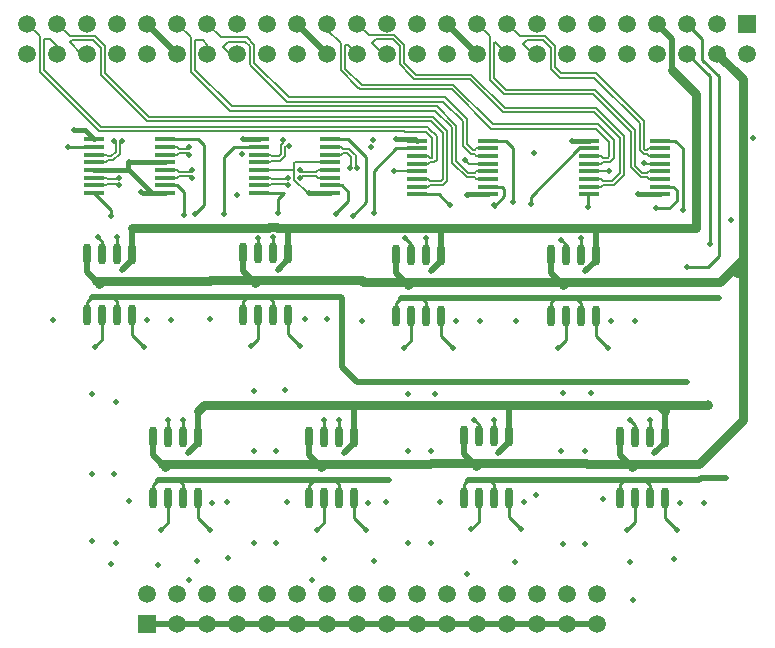
<source format=gbl>
G04 Layer_Physical_Order=4*
G04 Layer_Color=16711680*
%FSLAX25Y25*%
%MOIN*%
G70*
G01*
G75*
%ADD18C,0.03000*%
%ADD19C,0.02000*%
%ADD20C,0.01500*%
%ADD21C,0.01000*%
%ADD22C,0.00600*%
%ADD23R,0.05905X0.05905*%
%ADD24C,0.05905*%
%ADD25C,0.01968*%
%ADD26C,0.03150*%
%ADD34R,0.07100X0.01600*%
%ADD35O,0.02756X0.07087*%
G54D18*
X47000Y132000D02*
X183000D01*
X161500Y52327D02*
X162500Y53327D01*
X184000D01*
X138500Y113000D02*
X139500Y114000D01*
X94500Y53500D02*
X108500D01*
X109500Y52500D02*
X110500Y53500D01*
X146500Y53327D02*
X160500D01*
X88000Y114000D02*
X137500D01*
X58000Y52327D02*
X59000Y53327D01*
X6000Y52327D02*
X7000Y53327D01*
X-16000Y113347D02*
X-15000Y114347D01*
X21000Y114500D02*
X35000D01*
X36000Y113500D02*
X37000Y114500D01*
X72000Y114000D02*
X86000D01*
X87000Y113000D02*
X88000Y114000D01*
X7000Y53327D02*
X57000D01*
X59000D02*
X94327D01*
X94500Y53500D01*
X110500D02*
X146327D01*
X146500Y53327D01*
X-15000Y114347D02*
X20846D01*
X21000Y114500D01*
X37000D02*
X71500D01*
X72000Y114000D01*
X190000Y190000D02*
X198500Y181500D01*
Y121500D02*
Y181500D01*
X184000Y53327D02*
X198500Y67827D01*
X175000Y184500D02*
X183000Y176500D01*
X139500Y114000D02*
X191000D01*
X147000Y72827D02*
X170500D01*
X146827Y73000D02*
X147000Y72827D01*
X19000D02*
X94827D01*
X95000Y73000D01*
X121000D01*
X146827D01*
X40638Y132000D02*
X40723Y132084D01*
X43277D01*
X43362Y132000D01*
X47000D01*
X-5000D02*
X40638D01*
X17000Y70827D02*
X19000Y72827D01*
X183000Y132000D02*
Y132500D01*
Y176500D01*
X170327Y73000D02*
X187000D01*
X170327D02*
X170500Y72827D01*
X172500Y70827D01*
X196500Y117000D02*
X198500Y119000D01*
Y121500D01*
X5000Y53327D02*
X7000D01*
X57000D02*
X59000D01*
X-17000Y114347D02*
X-15000D01*
X35000Y114500D02*
X37000D01*
X86000Y114000D02*
X88000D01*
X108500Y53500D02*
X110500D01*
X160500Y53327D02*
X162500D01*
X137500Y114000D02*
X139500D01*
X198500Y67827D02*
Y119000D01*
X191000Y114000D02*
X198500Y121500D01*
G54D19*
X76500Y80500D02*
X180000D01*
X157500Y56327D02*
Y62299D01*
X166000Y47827D02*
X184000D01*
X172500Y62299D02*
Y70827D01*
X157500Y56327D02*
X160500Y53327D01*
X169000Y56827D02*
X172500Y60327D01*
X159000Y47827D02*
X166000D01*
X146500D02*
X159000D01*
X91500Y108500D02*
X136000D01*
X143000D01*
X146000Y117500D02*
X149500Y121000D01*
Y122972D02*
Y131500D01*
X134500Y117000D02*
X137500Y114000D01*
X134500Y117000D02*
Y122972D01*
X107000Y48000D02*
X114000D01*
X117000Y57000D02*
X120500Y60500D01*
X105500Y56500D02*
X108500Y53500D01*
X105500Y56500D02*
Y62472D01*
X55500Y47827D02*
X62500D01*
X80500D01*
X65500Y56827D02*
X69000Y60327D01*
Y62299D02*
Y70827D01*
X54000Y56327D02*
Y62299D01*
Y56327D02*
X57000Y53327D01*
X3500Y47827D02*
X10500D01*
X13500Y56827D02*
X17000Y60327D01*
Y62299D02*
Y70827D01*
X2000Y56327D02*
Y62299D01*
Y56327D02*
X5000Y53327D01*
X-18500Y108846D02*
X-11500D01*
X-8500Y117847D02*
X-5000Y121346D01*
Y123319D02*
Y131846D01*
X-20000Y117347D02*
Y123319D01*
Y117347D02*
X-17000Y114347D01*
X21000Y109000D02*
X33500D01*
X40500D01*
X43500Y118000D02*
X47000Y121500D01*
Y123472D02*
Y132000D01*
X32000Y117500D02*
Y123472D01*
Y117500D02*
X35000Y114500D01*
X84500Y108500D02*
X91500D01*
X94500Y117500D02*
X98000Y121000D01*
Y122972D02*
Y131500D01*
X83000Y117000D02*
Y122972D01*
Y117000D02*
X86000Y114000D01*
X10500Y47827D02*
X55500D01*
X114000Y48000D02*
X146327D01*
X146500Y47827D01*
X-11500Y108846D02*
X20846D01*
X21000Y109000D01*
X170000Y200000D02*
X175000Y195000D01*
Y184500D02*
Y195000D01*
X143000Y108500D02*
X190500D01*
X184673Y48500D02*
X193000D01*
X184000Y47827D02*
X184673Y48500D01*
X40500Y109000D02*
X64500D01*
X65000Y108500D01*
Y85500D02*
Y108500D01*
Y85500D02*
X70000Y80500D01*
X76500D01*
X120500Y62472D02*
Y72500D01*
X121000Y73000D01*
X0Y200000D02*
X10000Y190000D01*
X50000Y200000D02*
X60000Y190000D01*
X100000Y200000D02*
X110000Y190000D01*
X0Y0D02*
X10000D01*
X20000D01*
X30000D01*
X40000D01*
X50000D01*
X60000D01*
X70000D01*
X80000D01*
X90000D01*
X100000D01*
X110000D01*
X120000D01*
X130000D01*
X140000D01*
X150000D01*
G54D20*
X-6736Y151264D02*
X-6500Y151500D01*
Y153500D01*
X141500Y161000D02*
X147378D01*
X89378Y161500D02*
X89878Y161000D01*
X83000Y161500D02*
X89378D01*
X37146D02*
X37189Y161457D01*
X-6500Y153500D02*
X-6177Y153823D01*
X6000D01*
X-6500Y151500D02*
X1413Y143587D01*
X-17622Y151264D02*
X-6736D01*
X106587Y143087D02*
X113500D01*
X106500Y143000D02*
X106587Y143087D01*
X163587D02*
X171000D01*
X54043Y143543D02*
X60811D01*
X54000Y143500D02*
X54043Y143543D01*
X-2000Y144000D02*
X-1587Y143587D01*
X1413D01*
X6000D01*
X32000Y161500D02*
X37146D01*
X-24500Y164500D02*
X-20622D01*
X-17622Y161500D01*
G54D21*
X190500Y122500D02*
Y182500D01*
X187000Y119000D02*
X190500Y122500D01*
X180000Y119000D02*
X187000D01*
X28898Y158898D02*
X37189D01*
X25500Y155500D02*
X28898Y158898D01*
X25500Y136500D02*
Y155500D01*
X162500Y33827D02*
Y41827D01*
X160000Y31327D02*
X162500Y33827D01*
X172500Y35327D02*
Y41827D01*
Y35327D02*
X176500Y31327D01*
X167500Y41827D02*
Y46327D01*
X166000Y47827D02*
X167500Y46327D01*
X161000Y67827D02*
X162500Y66327D01*
Y62299D02*
Y66327D01*
X167500Y62299D02*
Y67827D01*
X160500Y53327D02*
X161500Y52327D01*
X172500Y60327D02*
Y62299D01*
X157500Y41827D02*
Y46327D01*
X159000Y47827D01*
X149500Y96000D02*
X153500Y92000D01*
X149500Y96000D02*
Y102500D01*
X134500D02*
Y107000D01*
X136000Y108500D01*
X144500Y102500D02*
Y107000D01*
X143000Y108500D02*
X144500Y107000D01*
X137000Y92000D02*
X139500Y94500D01*
Y102500D01*
X149500Y121000D02*
Y122972D01*
X144500D02*
Y128500D01*
X137500Y114000D02*
X138500Y113000D01*
X120500Y35500D02*
X124500Y31500D01*
X120500Y35500D02*
Y42000D01*
X105500D02*
Y46500D01*
X107000Y48000D01*
X115500Y42000D02*
Y46500D01*
X114000Y48000D02*
X115500Y46500D01*
X108000Y31500D02*
X110500Y34000D01*
Y42000D01*
X120500Y60500D02*
Y62472D01*
X115500D02*
Y68000D01*
X108500Y53500D02*
X109500Y52500D01*
X69000Y35327D02*
X73000Y31327D01*
X69000Y35327D02*
Y41827D01*
X54000D02*
Y46327D01*
X55500Y47827D01*
X64000Y41827D02*
Y46327D01*
X62500Y47827D02*
X64000Y46327D01*
X56500Y31327D02*
X59000Y33827D01*
Y41827D01*
X69000Y60327D02*
Y62299D01*
X64000D02*
Y67827D01*
X57000Y53327D02*
X58000Y52327D01*
X17000Y35327D02*
X21000Y31327D01*
X17000Y35327D02*
Y41827D01*
X2000D02*
Y46327D01*
X3500Y47827D01*
X12000Y41827D02*
Y46327D01*
X10500Y47827D02*
X12000Y46327D01*
X4500Y31327D02*
X7000Y33827D01*
Y41827D01*
X17000Y60327D02*
Y62299D01*
X12000D02*
Y67827D01*
X5000Y53327D02*
X6000Y52327D01*
X-5000Y96346D02*
X-1000Y92347D01*
X-5000Y96346D02*
Y102847D01*
X-20000D02*
Y107346D01*
X-18500Y108846D01*
X-10000Y102847D02*
Y107346D01*
X-11500Y108846D02*
X-10000Y107346D01*
X-17500Y92347D02*
X-15000Y94846D01*
Y102847D01*
X-5000Y121346D02*
Y123319D01*
X-10000D02*
Y128847D01*
X-15000Y123319D02*
Y127347D01*
X-16500Y128847D02*
X-15000Y127347D01*
X-17000Y114347D02*
X-16000Y113347D01*
X47000Y96500D02*
X51000Y92500D01*
X47000Y96500D02*
Y103000D01*
X32000D02*
Y107500D01*
X33500Y109000D01*
X42000Y103000D02*
Y107500D01*
X40500Y109000D02*
X42000Y107500D01*
X37000Y95000D02*
Y103000D01*
X47000Y121500D02*
Y123472D01*
X42000D02*
Y129000D01*
X35000Y114500D02*
X36000Y113500D01*
X98000Y96000D02*
X102000Y92000D01*
X98000Y96000D02*
Y102500D01*
X83000D02*
Y107000D01*
X84500Y108500D01*
X93000Y102500D02*
Y107000D01*
X91500Y108500D02*
X93000Y107000D01*
X85500Y92000D02*
X88000Y94500D01*
Y102500D01*
X98000Y121000D02*
Y122972D01*
X93000D02*
Y128500D01*
X86000Y114000D02*
X87000Y113000D01*
X34500Y92500D02*
X37000Y95000D01*
X180000Y190000D02*
X187500Y182500D01*
X180000Y200000D02*
X185000Y195000D01*
Y188000D02*
Y195000D01*
Y188000D02*
X190500Y182500D01*
X176000Y161000D02*
X178500Y158500D01*
X171000Y161000D02*
X176000D01*
X178500Y138000D02*
Y158500D01*
X176500Y141000D02*
Y144500D01*
X174000Y138500D02*
X176500Y141000D01*
X169500Y138500D02*
X174000D01*
X147000Y139000D02*
Y142709D01*
X147378Y143087D01*
X138000Y128000D02*
X139500Y126500D01*
Y122972D02*
Y126500D01*
X143941Y158441D02*
X147378D01*
X110500Y62472D02*
Y66500D01*
X109000Y68000D02*
X110500Y66500D01*
X118354Y145646D02*
X119000Y145000D01*
X113500Y145646D02*
X118354D01*
X88000Y122972D02*
Y126500D01*
X86000Y128500D02*
X88000Y126500D01*
X67000Y141000D02*
Y144000D01*
X59000Y62299D02*
Y68000D01*
X59000Y62299D02*
X59000Y62299D01*
X7000Y62299D02*
Y68000D01*
X7000Y68000D01*
X37000Y123472D02*
Y128500D01*
X6000Y146146D02*
X9854D01*
X-26500Y159000D02*
X-17681D01*
X-17622Y158941D01*
X115500Y139000D02*
Y139500D01*
X119000Y142500D02*
Y145000D01*
X89878Y143087D02*
X97087D01*
X100673Y139500D01*
X101000D01*
X187500Y126500D02*
Y182500D01*
X171000Y145646D02*
X175354D01*
X176500Y144500D01*
X82941Y158441D02*
X89878D01*
X60811Y146102D02*
X64898D01*
X67000Y144000D01*
X60811Y161457D02*
X67043D01*
X6000Y161500D02*
X17000D01*
X19000Y159500D01*
Y139500D02*
Y159500D01*
X127760Y142260D02*
X143941Y158441D01*
X127760Y140000D02*
Y142260D01*
X37189Y143543D02*
X45457D01*
X-12000Y136000D02*
Y137965D01*
X-17622Y143587D02*
X-12000Y137965D01*
X43500Y141587D02*
X45457Y143543D01*
X43500Y137000D02*
Y141587D01*
X113500Y161000D02*
X119500D01*
X122000Y158500D01*
Y140500D02*
Y158500D01*
X67043Y161457D02*
X73000Y155500D01*
X68500Y136000D02*
X73000Y140500D01*
Y155500D01*
X75500Y137000D02*
Y151000D01*
X82941Y158441D01*
X9854Y146146D02*
X12160Y143841D01*
X16000Y136500D02*
X19000Y139500D01*
X12160Y136160D02*
Y143841D01*
X62500Y136500D02*
X63000D01*
X115500Y139000D02*
X119000Y142500D01*
X62500Y136500D02*
X67000Y141000D01*
G54D22*
X167150Y148205D02*
X171000D01*
X166570Y148784D02*
X167150Y148205D01*
Y150764D02*
X171000D01*
X166570Y150184D02*
X167150Y150764D01*
X165000Y150184D02*
X166570D01*
X162500Y152684D02*
X165000Y150184D01*
X164420Y148784D02*
X166570D01*
X161100Y152104D02*
X164420Y148784D01*
X115500Y181900D02*
X119500Y177900D01*
X115500Y181900D02*
Y193500D01*
X116000Y194000D01*
X120000Y190000D01*
X167150Y155882D02*
X171000D01*
X166570Y156461D02*
X167150Y155882D01*
Y158441D02*
X171000D01*
X166570Y157861D02*
X167150Y158441D01*
X166000Y157861D02*
X166570D01*
X165500Y158361D02*
X166000Y157861D01*
X165420Y156461D02*
X166570D01*
X164100Y157782D02*
X165420Y156461D01*
X164100Y157782D02*
Y166900D01*
X165500Y158361D02*
Y167480D01*
X149580Y183400D02*
X165500Y167480D01*
X149000Y182000D02*
X164100Y166900D01*
X137420Y182000D02*
X149000D01*
X138000Y183400D02*
X149580D01*
X136000Y185400D02*
X138000Y183400D01*
X136000Y185400D02*
Y192480D01*
X134600Y184820D02*
X137420Y182000D01*
X134600Y184820D02*
Y191900D01*
X132000Y194500D02*
X134600Y191900D01*
X132580Y195900D02*
X136000Y192480D01*
X124100Y195900D02*
X132580D01*
X120000Y200000D02*
X124100Y195900D01*
X128500Y190000D02*
X130000D01*
X126500Y194500D02*
X132000D01*
X125250Y193250D02*
X126500Y194500D01*
X125250Y193250D02*
X128500Y190000D01*
X147378Y145646D02*
X151228D01*
X151807Y146225D01*
X147378Y148205D02*
X151228D01*
X151807Y147625D01*
X155000D01*
X157500Y150125D01*
X151807Y146225D02*
X155580D01*
X158900Y149545D01*
X82333Y196147D02*
X85500Y192980D01*
X81753Y194747D02*
X84100Y192400D01*
X78500Y194747D02*
X81753D01*
X78404Y196147D02*
X82333D01*
X78326Y196226D02*
X78404Y196147D01*
X78461Y194787D02*
X78500Y194747D01*
X78286Y196186D02*
X78326Y196226D01*
X73813Y196186D02*
X78286D01*
X70000Y200000D02*
X73813Y196186D01*
X147378Y153323D02*
X151228D01*
X151807Y153902D01*
X154080D01*
X147378Y155882D02*
X151228D01*
X151807Y155302D01*
X153500D01*
X154000Y155802D01*
X154080Y153902D02*
X155400Y155222D01*
Y161080D01*
X154000Y155802D02*
Y160500D01*
X149500Y165000D02*
X154000Y160500D01*
X150080Y166400D02*
X155400Y161080D01*
X78500Y190000D02*
X80000D01*
X76287Y194787D02*
X78461D01*
X75000Y193500D02*
X76287Y194787D01*
X75000Y193500D02*
X78500Y190000D01*
X119500Y177900D02*
X149100D01*
X162500Y164500D01*
Y152684D02*
Y164500D01*
X148520Y176500D02*
X161100Y163920D01*
Y152104D02*
Y163920D01*
X149600Y171900D02*
X158900Y162600D01*
Y149545D02*
Y162600D01*
X149020Y170500D02*
X157500Y162020D01*
Y150125D02*
Y162020D01*
X119100Y171900D02*
X149600D01*
X118520Y170500D02*
X149020D01*
X115100Y166400D02*
X150080D01*
X114520Y165000D02*
X149500D01*
X66000Y185000D02*
X71500Y179500D01*
X64600Y184420D02*
X70020Y179000D01*
X70020D01*
X70920Y178100D01*
X109650Y155882D02*
X113500D01*
X109071Y156461D02*
X109650Y155882D01*
Y158441D02*
X113500D01*
X109071Y157861D02*
X109650Y158441D01*
X108500Y157861D02*
X109071D01*
X106500Y159861D02*
X108500Y157861D01*
X107920Y156461D02*
X109071D01*
X105100Y159282D02*
X107920Y156461D01*
X105100Y159282D02*
Y167500D01*
X35500Y187000D02*
X47100Y175400D01*
X34510Y186010D02*
X46520Y174000D01*
X35500Y187000D02*
Y193000D01*
X34510Y186010D02*
Y186010D01*
X34100Y186420D02*
X34510Y186010D01*
X34100Y186420D02*
Y192420D01*
X32520Y194000D02*
X34100Y192420D01*
X33100Y195400D02*
X35500Y193000D01*
X24600Y195400D02*
X33100D01*
X20000Y200000D02*
X24600Y195400D01*
X109650Y148205D02*
X113500D01*
X109071Y148784D02*
X109650Y148205D01*
X106420Y148784D02*
X109071D01*
X109650Y150764D02*
X113500D01*
X109071Y150184D02*
X109650Y150764D01*
X14600Y183920D02*
Y195400D01*
X10000Y200000D02*
X14600Y195400D01*
X89878Y145646D02*
X93728D01*
X94308Y146225D01*
X89878Y148205D02*
X93728D01*
X94308Y147625D01*
X98000D01*
X98500Y148125D01*
X94308Y146225D02*
X98580D01*
X99900Y147545D01*
X98500Y148125D02*
Y163500D01*
X94500Y167500D02*
X98500Y163500D01*
X-15400Y182920D02*
Y191900D01*
X-18000Y194500D02*
X-15400Y191900D01*
X-14000Y183500D02*
Y192480D01*
X-17420Y195900D02*
X-14000Y192480D01*
X-25900Y195900D02*
X-17420D01*
X-30000Y200000D02*
X-25900Y195900D01*
X89878Y153323D02*
X93728D01*
X94308Y153902D01*
X89878Y155882D02*
X93728D01*
X94308Y155302D01*
X95000D01*
X94308Y153902D02*
X95580D01*
X96400Y154722D01*
X95000Y155302D02*
Y162000D01*
X93000Y164000D02*
X95000Y162000D01*
X96400Y154722D02*
Y162580D01*
X93990Y164990D02*
X96400Y162580D01*
X93990Y164990D02*
X93990D01*
X93580Y165400D02*
X93990Y164990D01*
X-34500Y184500D02*
X-15500Y165500D01*
X-35900Y183920D02*
X-16080Y164100D01*
X-35900Y183920D02*
Y195900D01*
X-40000Y200000D02*
X-35900Y195900D01*
X-30000Y190000D02*
Y192500D01*
X-32500Y195000D02*
X-30000Y192500D01*
X-34500Y195000D02*
X-32500D01*
X-34500Y184500D02*
Y195000D01*
X-25000Y194500D02*
X-18000D01*
X-25750Y193750D02*
X-25000Y194500D01*
X-25750Y193750D02*
X-22000Y190000D01*
X-20000D01*
X66000Y185000D02*
Y193000D01*
X67000D01*
X70000Y190000D01*
X60000Y198000D02*
Y200000D01*
Y198000D02*
X64600Y193400D01*
Y184420D02*
Y193400D01*
X27500Y190000D02*
X30000D01*
X27000Y194000D02*
X32520D01*
X25250Y192250D02*
X27000Y194000D01*
X25250Y192250D02*
X27500Y190000D01*
X20000D02*
Y193000D01*
X18500Y194500D02*
X20000Y193000D01*
X16000Y194500D02*
X18500D01*
X16000Y184500D02*
Y194500D01*
X106500Y159861D02*
Y168080D01*
X103000Y154184D02*
Y165980D01*
Y154184D02*
X107000Y150184D01*
X109071D01*
X101600Y153604D02*
X106420Y148784D01*
X101600Y153604D02*
Y165400D01*
X99900Y147545D02*
Y164080D01*
X114100Y181320D02*
X118920Y176500D01*
X148520D01*
X108000Y183000D02*
X119100Y171900D01*
X89500Y183000D02*
X108000D01*
X85500Y187000D02*
X89500Y183000D01*
X85500Y187000D02*
Y192980D01*
X84100Y186420D02*
Y192400D01*
Y186420D02*
X87520Y183000D01*
X87520D01*
X88920Y181600D01*
X107420D01*
X118520Y170500D01*
X71500Y179500D02*
X102000D01*
X115100Y166400D01*
X70920Y178100D02*
X101420D01*
X114520Y165000D01*
X47100Y175400D02*
X99180D01*
X106500Y168080D01*
X46520Y174000D02*
X98600D01*
X105100Y167500D01*
X96580Y172400D02*
X103000Y165980D01*
X96000Y171000D02*
X101600Y165400D01*
X95080Y168900D02*
X99900Y164080D01*
X60811Y156339D02*
X64661D01*
X65241Y156918D01*
X60811Y158898D02*
X64661D01*
X65241Y158318D01*
Y156918D02*
X66582D01*
X68000Y155500D01*
X65241Y158318D02*
X67162D01*
X68990Y156490D01*
Y156490D02*
Y156490D01*
Y156490D02*
X69400Y156080D01*
Y152584D02*
Y156080D01*
X68000Y152584D02*
Y155500D01*
X67416Y152000D02*
X68000Y152584D01*
X69400D02*
X69984Y152000D01*
X56961Y148661D02*
X60811D01*
X56381Y149241D02*
X56961Y148661D01*
Y151221D02*
X60811D01*
X56381Y150641D02*
X56961Y151221D01*
X51584Y149241D02*
X56381D01*
X51000Y148657D02*
X51584Y149241D01*
Y150641D02*
X56381D01*
X51000Y151225D02*
X51584Y150641D01*
X86400Y165500D02*
X86500Y165400D01*
X93580D01*
X85820Y164100D02*
X85920Y164000D01*
X93000D01*
X37189Y146102D02*
X41039D01*
X41618Y146682D01*
X37189Y148661D02*
X41039D01*
X41618Y148082D01*
Y146682D02*
X46416D01*
X47000Y146098D01*
X41618Y148082D02*
X46416D01*
X47000Y148666D01*
X37189Y153779D02*
X41039D01*
X41618Y154359D01*
X44339D01*
X37189Y156339D02*
X41039D01*
X41618Y155759D01*
X43759D01*
X44500Y156500D01*
X44339Y154359D02*
X45490Y155510D01*
X44500Y156500D02*
Y159500D01*
X45490Y155510D02*
Y155510D01*
X45900Y155920D01*
Y158920D01*
X46327Y159347D01*
X47153D01*
X44500Y159500D02*
X45337Y160337D01*
Y161163D01*
X6000Y156382D02*
X9850D01*
X10430Y156961D01*
X6000Y158941D02*
X9850D01*
X10430Y158361D01*
Y156961D02*
X13416D01*
X14000Y156377D01*
X10430Y158361D02*
X13416D01*
X14000Y158946D01*
X16000Y184500D02*
X28100Y172400D01*
X96580D01*
X27520Y171000D02*
X96000D01*
X14600Y183920D02*
X27520Y171000D01*
X20Y167500D02*
X94500D01*
X-15500Y165500D02*
X86400D01*
X-16080Y164100D02*
X85820D01*
X600Y168900D02*
X95080D01*
X-14000Y183500D02*
X600Y168900D01*
X-15400Y182920D02*
X20Y167500D01*
X6000Y148705D02*
X9850D01*
X10430Y149284D01*
X6000Y151264D02*
X9850D01*
X10430Y150684D01*
Y149284D02*
X14416D01*
X15000Y148700D01*
X10430Y150684D02*
X14416D01*
X15000Y151268D01*
X-17622Y148705D02*
X-13772D01*
X-13193Y148125D01*
Y146725D02*
X-10084D01*
X-9500Y146141D01*
X-13193Y148125D02*
X-10084D01*
X-9500Y148709D01*
X-17622Y146146D02*
X-13772D01*
X-13193Y146725D01*
X-17622Y153823D02*
X-13772D01*
X-13192Y154402D01*
X-17622Y156382D02*
X-13772D01*
X-13192Y155802D01*
X-12000D01*
X-10500Y157302D01*
X-13192Y154402D02*
X-11420D01*
X-9100Y156722D01*
X-10500Y157302D02*
Y160416D01*
X-9100Y156722D02*
Y160416D01*
X-8516Y161000D01*
X-11084D02*
X-10500Y160416D01*
X49279Y153779D02*
X60811D01*
X49000Y153500D02*
X49279Y153779D01*
X49000Y147992D02*
X53492Y143500D01*
X54000D01*
X37189Y151221D02*
X48779D01*
X49000Y151000D01*
Y147992D02*
Y151000D01*
Y153500D01*
X107177Y153323D02*
X113500D01*
X106000Y154500D02*
X107177Y153323D01*
X82236Y150764D02*
X89878D01*
X147378D02*
X153764D01*
X165677Y153323D02*
X171000D01*
X165500Y153500D02*
X165677Y153323D01*
X110000Y200000D02*
X114100Y195900D01*
Y181320D02*
Y195900D01*
G54D23*
X200000Y200000D02*
D03*
X0Y0D02*
D03*
G54D24*
X200000Y190000D02*
D03*
X190000Y200000D02*
D03*
Y190000D02*
D03*
X180000Y200000D02*
D03*
Y190000D02*
D03*
X170000Y200000D02*
D03*
Y190000D02*
D03*
X160000Y200000D02*
D03*
Y190000D02*
D03*
X150000Y200000D02*
D03*
X140000Y190000D02*
D03*
X130000Y200000D02*
D03*
Y190000D02*
D03*
X120000Y200000D02*
D03*
Y190000D02*
D03*
X110000Y200000D02*
D03*
Y190000D02*
D03*
X100000Y200000D02*
D03*
Y190000D02*
D03*
X90000Y200000D02*
D03*
Y190000D02*
D03*
X80000Y200000D02*
D03*
Y190000D02*
D03*
X70000Y200000D02*
D03*
Y190000D02*
D03*
X60000Y200000D02*
D03*
Y190000D02*
D03*
X50000Y200000D02*
D03*
Y190000D02*
D03*
X40000Y200000D02*
D03*
Y190000D02*
D03*
X30000Y200000D02*
D03*
Y190000D02*
D03*
X20000Y200000D02*
D03*
Y190000D02*
D03*
X10000Y200000D02*
D03*
Y190000D02*
D03*
X0Y200000D02*
D03*
Y190000D02*
D03*
X-10000Y200000D02*
D03*
Y190000D02*
D03*
X-20000Y200000D02*
D03*
Y190000D02*
D03*
X-30000Y200000D02*
D03*
Y190000D02*
D03*
X-40000Y200000D02*
D03*
Y190000D02*
D03*
X140000Y200000D02*
D03*
X150000Y190000D02*
D03*
Y10000D02*
D03*
Y0D02*
D03*
X140000Y10000D02*
D03*
Y0D02*
D03*
X130000Y10000D02*
D03*
Y0D02*
D03*
X120000Y10000D02*
D03*
Y0D02*
D03*
X110000Y10000D02*
D03*
Y0D02*
D03*
X100000Y10000D02*
D03*
Y0D02*
D03*
X90000Y10000D02*
D03*
Y0D02*
D03*
X80000Y10000D02*
D03*
Y0D02*
D03*
X70000Y10000D02*
D03*
Y0D02*
D03*
X60000Y10000D02*
D03*
Y0D02*
D03*
X50000Y10000D02*
D03*
Y0D02*
D03*
X40000Y10000D02*
D03*
Y0D02*
D03*
X30000Y10000D02*
D03*
Y0D02*
D03*
X20000Y10000D02*
D03*
Y0D02*
D03*
X10000Y10000D02*
D03*
Y0D02*
D03*
X0Y10000D02*
D03*
G54D25*
X180000Y119000D02*
D03*
Y80500D02*
D03*
X96000Y76500D02*
D03*
X87000D02*
D03*
X31500Y156500D02*
D03*
X138500Y77000D02*
D03*
X148000D02*
D03*
X55000Y14500D02*
D03*
X59000Y21500D02*
D03*
X75500Y21000D02*
D03*
X106500Y16500D02*
D03*
X122500Y20500D02*
D03*
X162000Y8000D02*
D03*
X175500Y21500D02*
D03*
X161000Y20500D02*
D03*
X146000Y26500D02*
D03*
X138500D02*
D03*
X146000Y57500D02*
D03*
X138000D02*
D03*
X94500D02*
D03*
X87000D02*
D03*
X94500Y27000D02*
D03*
X87000D02*
D03*
X43000D02*
D03*
Y57500D02*
D03*
X46000Y78000D02*
D03*
X35500Y77500D02*
D03*
Y57500D02*
D03*
Y27000D02*
D03*
X27000Y22000D02*
D03*
X16500Y21000D02*
D03*
X14000Y14500D02*
D03*
X3500Y19500D02*
D03*
X-10500Y27000D02*
D03*
X-11000Y50000D02*
D03*
X-10500Y74000D02*
D03*
X-12000Y20000D02*
D03*
X-18500Y27500D02*
D03*
Y50000D02*
D03*
Y76500D02*
D03*
X-6177Y153823D02*
D03*
X30000Y143000D02*
D03*
X194500Y134500D02*
D03*
X202000Y162000D02*
D03*
X129000Y157000D02*
D03*
X152000Y41500D02*
D03*
X129500Y43000D02*
D03*
X97500Y40500D02*
D03*
X79500D02*
D03*
X46500D02*
D03*
X26500D02*
D03*
X-6000Y41000D02*
D03*
X160000Y31327D02*
D03*
X176500D02*
D03*
X161500Y52327D02*
D03*
X169000Y56827D02*
D03*
X161000Y67827D02*
D03*
X167500D02*
D03*
X159000Y47827D02*
D03*
X153500Y92000D02*
D03*
X136000Y108500D02*
D03*
X137000Y92000D02*
D03*
X146000Y117500D02*
D03*
X144500Y128500D02*
D03*
X138500Y113000D02*
D03*
X124500Y31500D02*
D03*
X107000Y48000D02*
D03*
X108000Y31500D02*
D03*
X117000Y57000D02*
D03*
X115500Y68000D02*
D03*
X109500Y52500D02*
D03*
X73000Y31327D02*
D03*
X55500Y47827D02*
D03*
X56500Y31327D02*
D03*
X65500Y56827D02*
D03*
X64000Y67827D02*
D03*
X58000Y52327D02*
D03*
X21000Y31327D02*
D03*
X3500Y47827D02*
D03*
X4500Y31327D02*
D03*
X13500Y56827D02*
D03*
X12000Y67827D02*
D03*
X6000Y52327D02*
D03*
X-1000Y92347D02*
D03*
X-18500Y108846D02*
D03*
X-17500Y92347D02*
D03*
X-8500Y117847D02*
D03*
X-10000Y128847D02*
D03*
X-16500D02*
D03*
X-16000Y113347D02*
D03*
X51000Y92500D02*
D03*
X33500Y109000D02*
D03*
X43500Y118000D02*
D03*
X42000Y129000D02*
D03*
X36000Y113500D02*
D03*
X102000Y92000D02*
D03*
X84500Y108500D02*
D03*
X85500Y92000D02*
D03*
X94500Y117500D02*
D03*
X93000Y128500D02*
D03*
X87000Y113000D02*
D03*
X34500Y92500D02*
D03*
X190500Y108500D02*
D03*
X193000Y48500D02*
D03*
X80500Y47827D02*
D03*
X76500Y80500D02*
D03*
X178500Y138000D02*
D03*
X169500Y138500D02*
D03*
X147000Y139000D02*
D03*
X138000Y128000D02*
D03*
X109000Y68000D02*
D03*
X86000Y128500D02*
D03*
X59000Y68000D02*
D03*
X7000D02*
D03*
X37000Y128500D02*
D03*
X-26500Y159000D02*
D03*
X115500Y139500D02*
D03*
X101000D02*
D03*
X187500Y126500D02*
D03*
X141500Y161000D02*
D03*
X83000Y161500D02*
D03*
X67416Y152000D02*
D03*
X69984D02*
D03*
X51000Y151225D02*
D03*
Y148657D02*
D03*
X47000Y146098D02*
D03*
Y148666D02*
D03*
X47153Y159347D02*
D03*
X45337Y161163D02*
D03*
X14000Y156377D02*
D03*
Y158946D02*
D03*
X15000Y151268D02*
D03*
Y148700D02*
D03*
X-8516Y161000D02*
D03*
X-9500Y148709D02*
D03*
Y146141D02*
D03*
X-11084Y161000D02*
D03*
X127760Y140000D02*
D03*
X122000Y140500D02*
D03*
X106500Y143000D02*
D03*
X163587Y143087D02*
D03*
X54000Y143500D02*
D03*
X-2000Y144000D02*
D03*
X106000Y154500D02*
D03*
X82236Y150764D02*
D03*
X153764D02*
D03*
X165500Y153500D02*
D03*
X-31500Y101347D02*
D03*
X8000D02*
D03*
X0D02*
D03*
X21000Y101500D02*
D03*
X60000D02*
D03*
X71500Y101000D02*
D03*
X111000D02*
D03*
X52500Y101500D02*
D03*
X103000Y101000D02*
D03*
X123000D02*
D03*
X162500D02*
D03*
X154500D02*
D03*
X185500Y40327D02*
D03*
X177500D02*
D03*
X125500Y40500D02*
D03*
X73500Y40327D02*
D03*
X21500D02*
D03*
X-12000Y136000D02*
D03*
X25500Y136500D02*
D03*
X16000D02*
D03*
X43500Y137000D02*
D03*
X68500Y136000D02*
D03*
X75500Y137000D02*
D03*
X12160Y136160D02*
D03*
X63000Y136500D02*
D03*
X74500Y159000D02*
D03*
X75110Y161390D02*
D03*
X32000Y161500D02*
D03*
X-24500Y164500D02*
D03*
G54D26*
X187000Y73000D02*
D03*
X183000Y132500D02*
D03*
X196500Y117000D02*
D03*
G54D34*
X37189Y161457D02*
D03*
X37189Y158898D02*
D03*
X37189Y151221D02*
D03*
Y143543D02*
D03*
X60811D02*
D03*
Y146102D02*
D03*
Y153779D02*
D03*
Y161457D02*
D03*
Y158898D02*
D03*
Y156339D02*
D03*
Y151221D02*
D03*
Y148661D02*
D03*
X37189D02*
D03*
Y146102D02*
D03*
Y156339D02*
D03*
Y153779D02*
D03*
X89878Y161000D02*
D03*
X89878Y158441D02*
D03*
X89878Y150764D02*
D03*
Y143087D02*
D03*
X113500D02*
D03*
Y145646D02*
D03*
Y153323D02*
D03*
Y161000D02*
D03*
Y158441D02*
D03*
Y155882D02*
D03*
Y150764D02*
D03*
Y148205D02*
D03*
X89878D02*
D03*
Y145646D02*
D03*
Y155882D02*
D03*
Y153323D02*
D03*
X-17622Y161500D02*
D03*
X-17622Y158941D02*
D03*
X-17622Y151264D02*
D03*
Y143587D02*
D03*
X6000D02*
D03*
Y146146D02*
D03*
Y153823D02*
D03*
Y161500D02*
D03*
Y158941D02*
D03*
Y156382D02*
D03*
Y151264D02*
D03*
Y148705D02*
D03*
X-17622D02*
D03*
Y146146D02*
D03*
Y156382D02*
D03*
Y153823D02*
D03*
X147378Y161000D02*
D03*
X147378Y158441D02*
D03*
X147378Y150764D02*
D03*
Y143087D02*
D03*
X171000D02*
D03*
Y145646D02*
D03*
Y153323D02*
D03*
Y161000D02*
D03*
Y150764D02*
D03*
Y148205D02*
D03*
Y158441D02*
D03*
Y155882D02*
D03*
X147378Y148205D02*
D03*
Y145646D02*
D03*
Y155882D02*
D03*
Y153323D02*
D03*
G54D35*
X-5000Y102847D02*
D03*
X-10000D02*
D03*
X-15000D02*
D03*
X-20000D02*
D03*
X-5000Y123319D02*
D03*
X-10000D02*
D03*
X-15000D02*
D03*
X-20000D02*
D03*
X17000Y41827D02*
D03*
X12000D02*
D03*
X7000D02*
D03*
X2000D02*
D03*
X17000Y62299D02*
D03*
X12000D02*
D03*
X7000D02*
D03*
X2000D02*
D03*
X47000Y103000D02*
D03*
X42000D02*
D03*
X37000D02*
D03*
X32000D02*
D03*
X47000Y123472D02*
D03*
X42000D02*
D03*
X37000D02*
D03*
X32000D02*
D03*
X69000Y41827D02*
D03*
X64000D02*
D03*
X59000D02*
D03*
X54000D02*
D03*
X69000Y62299D02*
D03*
X64000D02*
D03*
X59000D02*
D03*
X54000D02*
D03*
X98000Y102500D02*
D03*
X93000D02*
D03*
X88000D02*
D03*
X83000D02*
D03*
X98000Y122972D02*
D03*
X93000D02*
D03*
X88000D02*
D03*
X83000D02*
D03*
X120500Y42000D02*
D03*
X115500D02*
D03*
X110500D02*
D03*
X105500D02*
D03*
X120500Y62472D02*
D03*
X115500D02*
D03*
X110500D02*
D03*
X105500D02*
D03*
X149500Y102500D02*
D03*
X144500D02*
D03*
X139500D02*
D03*
X134500D02*
D03*
X149500Y122972D02*
D03*
X144500D02*
D03*
X139500D02*
D03*
X134500D02*
D03*
X172500Y41827D02*
D03*
X167500D02*
D03*
X162500D02*
D03*
X157500D02*
D03*
X172500Y62299D02*
D03*
X167500D02*
D03*
X162500D02*
D03*
X157500D02*
D03*
M02*

</source>
